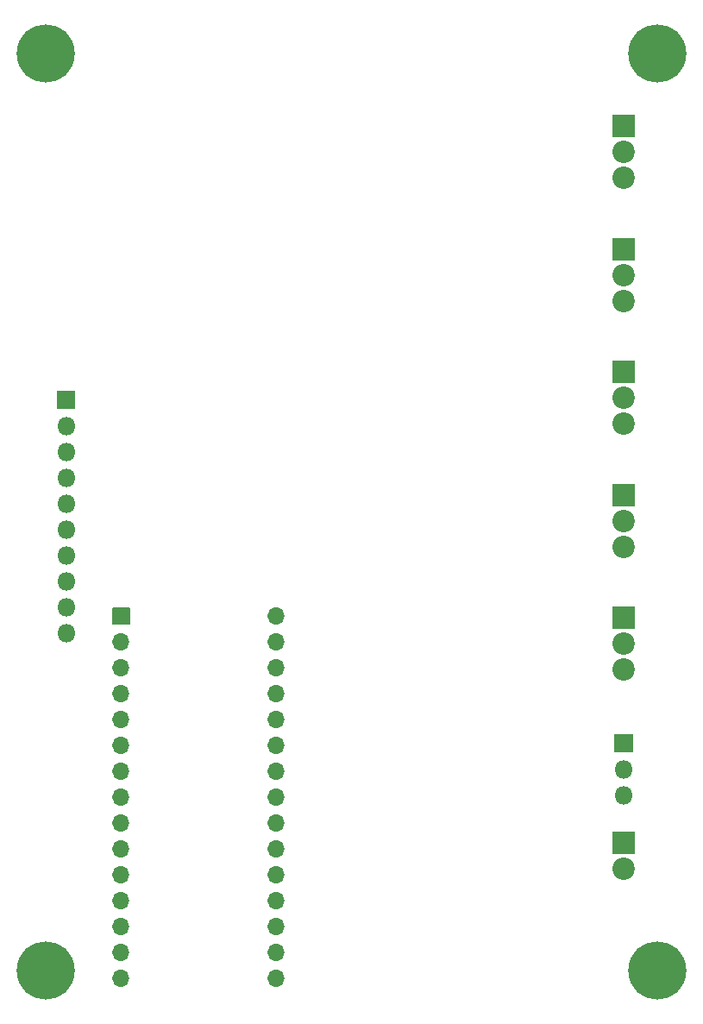
<source format=gbr>
%TF.GenerationSoftware,KiCad,Pcbnew,5.1.10-1.fc34*%
%TF.CreationDate,2021-06-08T11:48:28-04:00*%
%TF.ProjectId,BREAD_Slice,42524541-445f-4536-9c69-63652e6b6963,rev?*%
%TF.SameCoordinates,Original*%
%TF.FileFunction,Soldermask,Top*%
%TF.FilePolarity,Negative*%
%FSLAX46Y46*%
G04 Gerber Fmt 4.6, Leading zero omitted, Abs format (unit mm)*
G04 Created by KiCad (PCBNEW 5.1.10-1.fc34) date 2021-06-08 11:48:28*
%MOMM*%
%LPD*%
G01*
G04 APERTURE LIST*
%ADD10C,2.200000*%
%ADD11O,1.800000X1.800000*%
%ADD12C,5.700000*%
%ADD13O,1.700000X1.700000*%
G04 APERTURE END LIST*
D10*
%TO.C,J8*%
X184322000Y-124814000D03*
G36*
G01*
X183272000Y-121174000D02*
X185372000Y-121174000D01*
G75*
G02*
X185422000Y-121224000I0J-50000D01*
G01*
X185422000Y-123324000D01*
G75*
G02*
X185372000Y-123374000I-50000J0D01*
G01*
X183272000Y-123374000D01*
G75*
G02*
X183222000Y-123324000I0J50000D01*
G01*
X183222000Y-121224000D01*
G75*
G02*
X183272000Y-121174000I50000J0D01*
G01*
G37*
%TD*%
D11*
%TO.C,J7*%
X184322000Y-117575000D03*
X184322000Y-115035000D03*
G36*
G01*
X183422000Y-113345000D02*
X183422000Y-111645000D01*
G75*
G02*
X183472000Y-111595000I50000J0D01*
G01*
X185172000Y-111595000D01*
G75*
G02*
X185222000Y-111645000I0J-50000D01*
G01*
X185222000Y-113345000D01*
G75*
G02*
X185172000Y-113395000I-50000J0D01*
G01*
X183472000Y-113395000D01*
G75*
G02*
X183422000Y-113345000I0J50000D01*
G01*
G37*
%TD*%
D10*
%TO.C,J6*%
X184322000Y-81126000D03*
X184322000Y-78586000D03*
G36*
G01*
X183272000Y-74946000D02*
X185372000Y-74946000D01*
G75*
G02*
X185422000Y-74996000I0J-50000D01*
G01*
X185422000Y-77096000D01*
G75*
G02*
X185372000Y-77146000I-50000J0D01*
G01*
X183272000Y-77146000D01*
G75*
G02*
X183222000Y-77096000I0J50000D01*
G01*
X183222000Y-74996000D01*
G75*
G02*
X183272000Y-74946000I50000J0D01*
G01*
G37*
%TD*%
%TO.C,J5*%
X184322000Y-105256000D03*
X184322000Y-102716000D03*
G36*
G01*
X183272000Y-99076000D02*
X185372000Y-99076000D01*
G75*
G02*
X185422000Y-99126000I0J-50000D01*
G01*
X185422000Y-101226000D01*
G75*
G02*
X185372000Y-101276000I-50000J0D01*
G01*
X183272000Y-101276000D01*
G75*
G02*
X183222000Y-101226000I0J50000D01*
G01*
X183222000Y-99126000D01*
G75*
G02*
X183272000Y-99076000I50000J0D01*
G01*
G37*
%TD*%
%TO.C,J4*%
X184322000Y-69061000D03*
X184322000Y-66521000D03*
G36*
G01*
X183272000Y-62881000D02*
X185372000Y-62881000D01*
G75*
G02*
X185422000Y-62931000I0J-50000D01*
G01*
X185422000Y-65031000D01*
G75*
G02*
X185372000Y-65081000I-50000J0D01*
G01*
X183272000Y-65081000D01*
G75*
G02*
X183222000Y-65031000I0J50000D01*
G01*
X183222000Y-62931000D01*
G75*
G02*
X183272000Y-62881000I50000J0D01*
G01*
G37*
%TD*%
%TO.C,J3*%
X184322000Y-93191000D03*
X184322000Y-90651000D03*
G36*
G01*
X183272000Y-87011000D02*
X185372000Y-87011000D01*
G75*
G02*
X185422000Y-87061000I0J-50000D01*
G01*
X185422000Y-89161000D01*
G75*
G02*
X185372000Y-89211000I-50000J0D01*
G01*
X183272000Y-89211000D01*
G75*
G02*
X183222000Y-89161000I0J50000D01*
G01*
X183222000Y-87061000D01*
G75*
G02*
X183272000Y-87011000I50000J0D01*
G01*
G37*
%TD*%
%TO.C,J2*%
X184322000Y-56996000D03*
X184322000Y-54456000D03*
G36*
G01*
X183272000Y-50816000D02*
X185372000Y-50816000D01*
G75*
G02*
X185422000Y-50866000I0J-50000D01*
G01*
X185422000Y-52966000D01*
G75*
G02*
X185372000Y-53016000I-50000J0D01*
G01*
X183272000Y-53016000D01*
G75*
G02*
X183222000Y-52966000I0J50000D01*
G01*
X183222000Y-50866000D01*
G75*
G02*
X183272000Y-50816000I50000J0D01*
G01*
G37*
%TD*%
D12*
%TO.C,H4*%
X187600000Y-134800000D03*
%TD*%
%TO.C,H3*%
X127600000Y-134800000D03*
%TD*%
%TO.C,H2*%
X187600000Y-44800000D03*
%TD*%
%TO.C,H1*%
X127600000Y-44800000D03*
%TD*%
%TO.C,A1*%
G36*
G01*
X134150000Y-100800000D02*
X134150000Y-99200000D01*
G75*
G02*
X134200000Y-99150000I50000J0D01*
G01*
X135800000Y-99150000D01*
G75*
G02*
X135850000Y-99200000I0J-50000D01*
G01*
X135850000Y-100800000D01*
G75*
G02*
X135800000Y-100850000I-50000J0D01*
G01*
X134200000Y-100850000D01*
G75*
G02*
X134150000Y-100800000I0J50000D01*
G01*
G37*
D13*
X150240000Y-133020000D03*
X135000000Y-102540000D03*
X150240000Y-130480000D03*
X135000000Y-105080000D03*
X150240000Y-127940000D03*
X135000000Y-107620000D03*
X150240000Y-125400000D03*
X135000000Y-110160000D03*
X150240000Y-122860000D03*
X135000000Y-112700000D03*
X150240000Y-120320000D03*
X135000000Y-115240000D03*
X150240000Y-117780000D03*
X135000000Y-117780000D03*
X150240000Y-115240000D03*
X135000000Y-120320000D03*
X150240000Y-112700000D03*
X135000000Y-122860000D03*
X150240000Y-110160000D03*
X135000000Y-125400000D03*
X150240000Y-107620000D03*
X135000000Y-127940000D03*
X150240000Y-105080000D03*
X135000000Y-130480000D03*
X150240000Y-102540000D03*
X135000000Y-133020000D03*
X150240000Y-100000000D03*
X135000000Y-135560000D03*
X150240000Y-135560000D03*
%TD*%
%TO.C,J1*%
G36*
G01*
X128700000Y-79650000D02*
X128700000Y-77950000D01*
G75*
G02*
X128750000Y-77900000I50000J0D01*
G01*
X130450000Y-77900000D01*
G75*
G02*
X130500000Y-77950000I0J-50000D01*
G01*
X130500000Y-79650000D01*
G75*
G02*
X130450000Y-79700000I-50000J0D01*
G01*
X128750000Y-79700000D01*
G75*
G02*
X128700000Y-79650000I0J50000D01*
G01*
G37*
D11*
X129600000Y-81340000D03*
X129600000Y-83880000D03*
X129600000Y-86420000D03*
X129600000Y-88960000D03*
X129600000Y-91500000D03*
X129600000Y-94040000D03*
X129600000Y-96580000D03*
X129600000Y-99120000D03*
X129600000Y-101660000D03*
%TD*%
M02*

</source>
